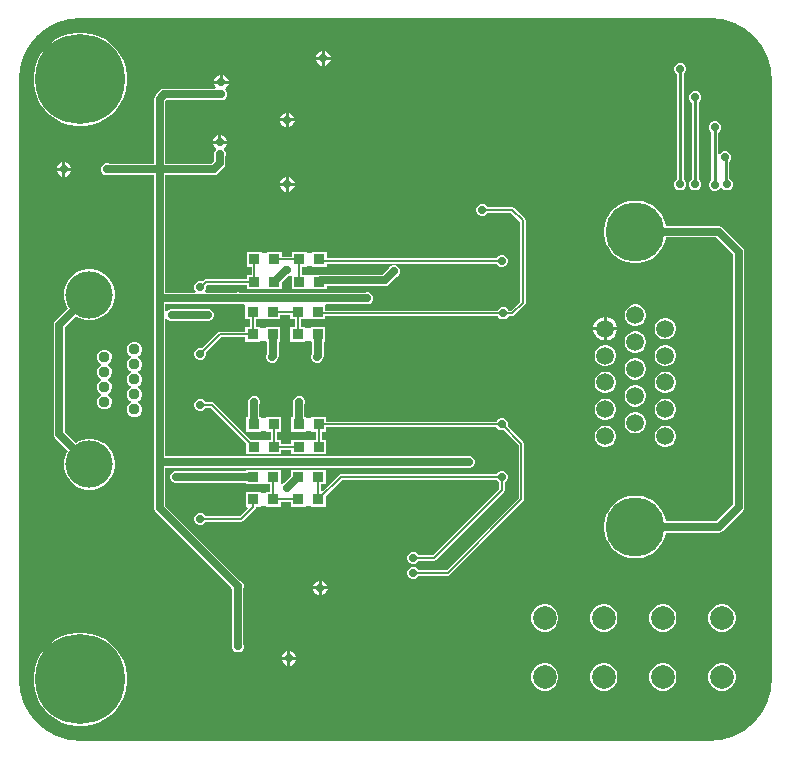
<source format=gbl>
G04*
G04 #@! TF.GenerationSoftware,Altium Limited,Altium Designer,21.2.2 (38)*
G04*
G04 Layer_Physical_Order=2*
G04 Layer_Color=16711680*
%FSLAX25Y25*%
%MOIN*%
G70*
G04*
G04 #@! TF.SameCoordinates,721590ED-CEA7-4866-BC24-90B372C3D9A2*
G04*
G04*
G04 #@! TF.FilePolarity,Positive*
G04*
G01*
G75*
%ADD12C,0.01000*%
%ADD32R,0.03740X0.03740*%
%ADD38C,0.02500*%
%ADD39C,0.00600*%
%ADD41C,0.03740*%
%ADD42C,0.15748*%
%ADD43C,0.19685*%
%ADD44C,0.05906*%
%ADD45C,0.07874*%
%ADD46C,0.30000*%
%ADD47C,0.03000*%
%ADD48C,0.02800*%
G36*
X333910Y239658D02*
X336443Y238979D01*
X338865Y237976D01*
X341135Y236665D01*
X343215Y235069D01*
X345069Y233215D01*
X346665Y231135D01*
X347976Y228865D01*
X348979Y226443D01*
X349658Y223910D01*
X350000Y221311D01*
X350000Y220000D01*
X350000Y220000D01*
X350000Y220000D01*
X350000Y20000D01*
X350000Y18689D01*
X349658Y16090D01*
X348979Y13557D01*
X347976Y11135D01*
X346665Y8865D01*
X345069Y6785D01*
X343215Y4931D01*
X341135Y3335D01*
X338865Y2024D01*
X336442Y1021D01*
X333910Y342D01*
X331311Y0D01*
X118689D01*
X116090Y342D01*
X113557Y1021D01*
X111135Y2024D01*
X108865Y3335D01*
X106785Y4931D01*
X104931Y6785D01*
X103335Y8865D01*
X102024Y11135D01*
X101021Y13557D01*
X100342Y16090D01*
X100000Y18689D01*
Y20000D01*
X100000Y20000D01*
X100000Y220000D01*
X100000Y221311D01*
X100342Y223910D01*
X101021Y226443D01*
X102024Y228865D01*
X103335Y231135D01*
X104931Y233215D01*
X106785Y235069D01*
X108865Y236665D01*
X111135Y237976D01*
X113557Y238979D01*
X116090Y239658D01*
X118689Y240000D01*
X120000Y240000D01*
X120000Y240000D01*
X330000Y240000D01*
X331311Y240000D01*
X333910Y239658D01*
D02*
G37*
%LPC*%
G36*
X201500Y229391D02*
Y227500D01*
X203391D01*
X203035Y228360D01*
X202360Y229035D01*
X201500Y229391D01*
D02*
G37*
G36*
X200500D02*
X199641Y229035D01*
X198965Y228360D01*
X198609Y227500D01*
X200500D01*
Y229391D01*
D02*
G37*
G36*
X203391Y226500D02*
X201500D01*
Y224609D01*
X202360Y224965D01*
X203035Y225641D01*
X203391Y226500D01*
D02*
G37*
G36*
X200500D02*
X198609D01*
X198965Y225641D01*
X199641Y224965D01*
X200500Y224609D01*
Y226500D01*
D02*
G37*
G36*
X167500Y221391D02*
Y219500D01*
X169391D01*
X169035Y220359D01*
X168359Y221035D01*
X167500Y221391D01*
D02*
G37*
G36*
X166500D02*
X165640Y221035D01*
X164965Y220359D01*
X164609Y219500D01*
X166500D01*
Y221391D01*
D02*
G37*
G36*
X169391Y218500D02*
X164609D01*
X164965Y217640D01*
X165220Y217386D01*
X165013Y216886D01*
X147965D01*
X147243Y216743D01*
X146631Y216334D01*
X145166Y214869D01*
X144757Y214257D01*
X144614Y213535D01*
Y191886D01*
X129673D01*
X129398Y192000D01*
X128602D01*
X127867Y191695D01*
X127304Y191133D01*
X127000Y190398D01*
Y189602D01*
X127304Y188867D01*
X127867Y188304D01*
X128602Y188000D01*
X129398D01*
X129673Y188114D01*
X144614D01*
Y147000D01*
Y92500D01*
Y77000D01*
X144757Y76278D01*
X145166Y75666D01*
X170614Y50219D01*
Y31672D01*
X170500Y31398D01*
Y30602D01*
X170805Y29867D01*
X171367Y29305D01*
X172102Y29000D01*
X172898D01*
X173633Y29305D01*
X174196Y29867D01*
X174500Y30602D01*
Y31398D01*
X174386Y31672D01*
Y50327D01*
X174500Y50602D01*
Y51398D01*
X174196Y52133D01*
X173633Y52696D01*
X173358Y52809D01*
X148386Y77781D01*
Y90614D01*
X207328D01*
X207602Y90500D01*
X208398D01*
X208672Y90614D01*
X248828D01*
X249102Y90500D01*
X249898D01*
X250633Y90804D01*
X251196Y91367D01*
X251500Y92102D01*
Y92898D01*
X251196Y93633D01*
X250633Y94195D01*
X249898Y94500D01*
X249102D01*
X248828Y94386D01*
X208672D01*
X208398Y94500D01*
X207602D01*
X207328Y94386D01*
X148386D01*
Y140132D01*
X148500Y140196D01*
X148886Y140285D01*
X149367Y139804D01*
X150102Y139500D01*
X150898D01*
X151172Y139614D01*
X161828D01*
X162102Y139500D01*
X162898D01*
X163633Y139804D01*
X164196Y140367D01*
X164500Y141102D01*
Y141898D01*
X164196Y142633D01*
X163633Y143195D01*
X162898Y143500D01*
X162102D01*
X161828Y143386D01*
X151172D01*
X150898Y143500D01*
X150102D01*
X149367Y143195D01*
X148886Y142715D01*
X148500Y142804D01*
X148386Y142868D01*
Y145114D01*
X171827D01*
X172102Y145000D01*
X172898D01*
X173172Y145114D01*
X174589D01*
X175030Y144970D01*
X175030Y144614D01*
Y140030D01*
X176582D01*
Y137470D01*
X175030D01*
Y135918D01*
X166500D01*
X166149Y135848D01*
X165851Y135649D01*
X160613Y130411D01*
X160398Y130500D01*
X159602D01*
X158867Y130195D01*
X158305Y129633D01*
X158000Y128898D01*
Y128102D01*
X158305Y127367D01*
X158867Y126804D01*
X159602Y126500D01*
X160398D01*
X161133Y126804D01*
X161696Y127367D01*
X162000Y128102D01*
Y128898D01*
X161911Y129113D01*
X166880Y134082D01*
X175030D01*
Y132530D01*
X179970D01*
Y132716D01*
X180059Y132776D01*
X181634D01*
X181723Y132716D01*
Y132530D01*
X182307D01*
Y128635D01*
X182305Y128633D01*
X182000Y127898D01*
Y127102D01*
X182305Y126367D01*
X182867Y125804D01*
X183602Y125500D01*
X184398D01*
X185133Y125804D01*
X185696Y126367D01*
X186000Y127102D01*
Y127376D01*
X186079Y127774D01*
Y132530D01*
X186663D01*
Y137470D01*
X181723D01*
Y137284D01*
X181634Y137224D01*
X180059D01*
X179970Y137284D01*
Y137470D01*
X178418D01*
Y140030D01*
X179970D01*
Y140216D01*
X180059Y140276D01*
X181634D01*
X181723Y140216D01*
Y140030D01*
X186663D01*
Y141582D01*
X190030D01*
Y140030D01*
X191582D01*
Y137470D01*
X190030D01*
Y132530D01*
X194970D01*
Y132716D01*
X195059Y132776D01*
X196634D01*
X196723Y132716D01*
Y132530D01*
X197307D01*
Y128635D01*
X197304Y128633D01*
X197000Y127898D01*
Y127102D01*
X197304Y126367D01*
X197867Y125804D01*
X198602Y125500D01*
X199398D01*
X200133Y125804D01*
X200695Y126367D01*
X201000Y127102D01*
Y127376D01*
X201079Y127774D01*
Y132530D01*
X201663D01*
Y137470D01*
X196723D01*
Y137284D01*
X196634Y137224D01*
X195059D01*
X194970Y137284D01*
Y137470D01*
X193418D01*
Y140030D01*
X194970D01*
Y140216D01*
X195059Y140276D01*
X196634D01*
X196723Y140216D01*
Y140030D01*
X201663D01*
Y141082D01*
X259215D01*
X259304Y140867D01*
X259867Y140305D01*
X260602Y140000D01*
X261398D01*
X262133Y140305D01*
X262696Y140867D01*
X262785Y141082D01*
X264000D01*
X264351Y141152D01*
X264649Y141351D01*
X268149Y144851D01*
X268348Y145149D01*
X268418Y145500D01*
Y173000D01*
X268348Y173351D01*
X268149Y173649D01*
X264649Y177149D01*
X264351Y177348D01*
X264000Y177418D01*
X255785D01*
X255696Y177633D01*
X255133Y178196D01*
X254398Y178500D01*
X253602D01*
X252867Y178196D01*
X252305Y177633D01*
X252000Y176898D01*
Y176102D01*
X252305Y175367D01*
X252867Y174804D01*
X253602Y174500D01*
X254398D01*
X255133Y174804D01*
X255696Y175367D01*
X255785Y175582D01*
X263620D01*
X266582Y172620D01*
Y145880D01*
X263620Y142918D01*
X262785D01*
X262696Y143133D01*
X262133Y143695D01*
X261398Y144000D01*
X260602D01*
X259867Y143695D01*
X259304Y143133D01*
X259215Y142918D01*
X201663D01*
X201663Y144970D01*
X202103Y145114D01*
X214827D01*
X215102Y145000D01*
X215898D01*
X216633Y145305D01*
X217196Y145867D01*
X217500Y146602D01*
Y147398D01*
X217196Y148133D01*
X216633Y148696D01*
X215898Y149000D01*
X215102D01*
X214827Y148886D01*
X173172D01*
X172898Y149000D01*
X172102D01*
X171827Y148886D01*
X161772D01*
X161565Y149386D01*
X161696Y149517D01*
X162000Y150252D01*
Y151048D01*
X161935Y151205D01*
X162245Y151582D01*
X175530D01*
Y150030D01*
X180470D01*
Y150216D01*
X180559Y150276D01*
X182134D01*
X182223Y150216D01*
Y150030D01*
X187163D01*
Y152303D01*
X189360Y154500D01*
X189398D01*
X190030Y154762D01*
X190378Y154613D01*
X190530Y154494D01*
Y150030D01*
X195470D01*
Y150216D01*
X195559Y150276D01*
X197134D01*
X197223Y150216D01*
Y150030D01*
X202163D01*
Y151114D01*
X221500D01*
X222222Y151257D01*
X222834Y151666D01*
X225358Y154191D01*
X225633Y154305D01*
X226196Y154867D01*
X226500Y155602D01*
Y156398D01*
X226196Y157133D01*
X225633Y157695D01*
X224898Y158000D01*
X224102D01*
X223367Y157695D01*
X222804Y157133D01*
X222691Y156858D01*
X220719Y154886D01*
X202163D01*
Y154970D01*
X197223D01*
Y154784D01*
X197134Y154724D01*
X195559D01*
X195470Y154784D01*
Y154970D01*
X193918D01*
Y157530D01*
X195470D01*
Y157716D01*
X195559Y157776D01*
X197134D01*
X197223Y157716D01*
Y157530D01*
X202163D01*
Y158582D01*
X258715D01*
X258804Y158367D01*
X259367Y157805D01*
X260102Y157500D01*
X260898D01*
X261633Y157805D01*
X262195Y158367D01*
X262500Y159102D01*
Y159898D01*
X262195Y160633D01*
X261633Y161196D01*
X260898Y161500D01*
X260102D01*
X259367Y161196D01*
X258804Y160633D01*
X258715Y160418D01*
X202163D01*
Y162470D01*
X197223D01*
Y162284D01*
X197134Y162224D01*
X195559D01*
X195470Y162284D01*
Y162470D01*
X190530D01*
Y160918D01*
X187163D01*
Y162470D01*
X182223D01*
Y162284D01*
X182134Y162224D01*
X180559D01*
X180470Y162284D01*
Y162470D01*
X175530D01*
Y157530D01*
X177082D01*
Y154970D01*
X175530D01*
Y153418D01*
X161850D01*
X161499Y153348D01*
X161201Y153149D01*
X160613Y152561D01*
X160398Y152650D01*
X159602D01*
X158867Y152346D01*
X158305Y151783D01*
X158000Y151048D01*
Y150252D01*
X158305Y149517D01*
X158435Y149386D01*
X158228Y148886D01*
X148386D01*
Y188114D01*
X164500D01*
X165222Y188257D01*
X165834Y188666D01*
X167834Y190666D01*
X168243Y191278D01*
X168386Y192000D01*
Y194327D01*
X168500Y194602D01*
Y195398D01*
X168195Y196133D01*
X167891Y196437D01*
X167860Y196955D01*
X167938Y197044D01*
X168535Y197641D01*
X168891Y198500D01*
X164109D01*
X164465Y197641D01*
X165062Y197044D01*
X165140Y196955D01*
X165109Y196437D01*
X164804Y196133D01*
X164500Y195398D01*
Y194602D01*
X164614Y194327D01*
Y192781D01*
X163719Y191886D01*
X148386D01*
Y212754D01*
X148746Y213114D01*
X166328D01*
X166602Y213000D01*
X167398D01*
X168133Y213304D01*
X168695Y213867D01*
X169000Y214602D01*
Y215398D01*
X168695Y216133D01*
X168391Y216437D01*
X168360Y216955D01*
X168438Y217044D01*
X169035Y217640D01*
X169391Y218500D01*
D02*
G37*
G36*
X189500Y208891D02*
Y207000D01*
X191391D01*
X191035Y207859D01*
X190359Y208535D01*
X189500Y208891D01*
D02*
G37*
G36*
X188500D02*
X187641Y208535D01*
X186965Y207859D01*
X186609Y207000D01*
X188500D01*
Y208891D01*
D02*
G37*
G36*
X121228Y235600D02*
X118772D01*
X116347Y235216D01*
X114012Y234457D01*
X111824Y233342D01*
X109837Y231899D01*
X108101Y230163D01*
X106658Y228176D01*
X105543Y225988D01*
X104784Y223653D01*
X104400Y221228D01*
Y218772D01*
X104784Y216347D01*
X105543Y214012D01*
X106658Y211824D01*
X108101Y209837D01*
X109837Y208101D01*
X111824Y206658D01*
X114012Y205543D01*
X116347Y204784D01*
X118772Y204400D01*
X121228D01*
X123653Y204784D01*
X125988Y205543D01*
X128176Y206658D01*
X130163Y208101D01*
X131899Y209837D01*
X133342Y211824D01*
X134457Y214012D01*
X135216Y216347D01*
X135600Y218772D01*
Y221228D01*
X135216Y223653D01*
X134457Y225988D01*
X133342Y228176D01*
X131899Y230163D01*
X130163Y231899D01*
X128176Y233342D01*
X125988Y234457D01*
X123653Y235216D01*
X121228Y235600D01*
D02*
G37*
G36*
X191391Y206000D02*
X189500D01*
Y204109D01*
X190359Y204465D01*
X191035Y205140D01*
X191391Y206000D01*
D02*
G37*
G36*
X188500D02*
X186609D01*
X186965Y205140D01*
X187641Y204465D01*
X188500Y204109D01*
Y206000D01*
D02*
G37*
G36*
X167000Y201391D02*
Y199500D01*
X168891D01*
X168535Y200360D01*
X167859Y201035D01*
X167000Y201391D01*
D02*
G37*
G36*
X166000D02*
X165140Y201035D01*
X164465Y200360D01*
X164109Y199500D01*
X166000D01*
Y201391D01*
D02*
G37*
G36*
X115000Y192391D02*
Y190500D01*
X116891D01*
X116535Y191359D01*
X115859Y192035D01*
X115000Y192391D01*
D02*
G37*
G36*
X114000D02*
X113140Y192035D01*
X112465Y191359D01*
X112109Y190500D01*
X114000D01*
Y192391D01*
D02*
G37*
G36*
X116891Y189500D02*
X115000D01*
Y187609D01*
X115859Y187965D01*
X116535Y188640D01*
X116891Y189500D01*
D02*
G37*
G36*
X114000D02*
X112109D01*
X112465Y188640D01*
X113140Y187965D01*
X114000Y187609D01*
Y189500D01*
D02*
G37*
G36*
X189500Y187391D02*
Y185500D01*
X191391D01*
X191035Y186360D01*
X190359Y187035D01*
X189500Y187391D01*
D02*
G37*
G36*
X188500D02*
X187641Y187035D01*
X186965Y186360D01*
X186609Y185500D01*
X188500D01*
Y187391D01*
D02*
G37*
G36*
X331898Y206000D02*
X331102D01*
X330367Y205696D01*
X329804Y205133D01*
X329500Y204398D01*
Y203602D01*
X329804Y202867D01*
X330367Y202305D01*
X330379Y202300D01*
Y186482D01*
X330367Y186478D01*
X329804Y185915D01*
X329500Y185180D01*
Y184384D01*
X329804Y183649D01*
X330367Y183087D01*
X331102Y182782D01*
X331898D01*
X332633Y183087D01*
X333195Y183649D01*
X333275Y183840D01*
X333804Y183867D01*
X334367Y183305D01*
X335102Y183000D01*
X335898D01*
X336633Y183305D01*
X337195Y183867D01*
X337500Y184602D01*
Y185398D01*
X337195Y186133D01*
X336633Y186696D01*
X336330Y186821D01*
Y192585D01*
X336612Y192867D01*
X336917Y193602D01*
Y194398D01*
X336612Y195133D01*
X336050Y195695D01*
X335315Y196000D01*
X334519D01*
X333784Y195695D01*
X333221Y195133D01*
X333121Y194892D01*
X332622Y194991D01*
Y202300D01*
X332633Y202305D01*
X333195Y202867D01*
X333500Y203602D01*
Y204398D01*
X333195Y205133D01*
X332633Y205696D01*
X331898Y206000D01*
D02*
G37*
G36*
X325398Y216000D02*
X324602D01*
X323867Y215696D01*
X323305Y215133D01*
X323000Y214398D01*
Y213602D01*
X323305Y212867D01*
X323867Y212304D01*
X323879Y212300D01*
Y186700D01*
X323867Y186696D01*
X323305Y186133D01*
X323000Y185398D01*
Y184602D01*
X323305Y183867D01*
X323867Y183305D01*
X324602Y183000D01*
X325398D01*
X326133Y183305D01*
X326695Y183867D01*
X327000Y184602D01*
Y185398D01*
X326695Y186133D01*
X326133Y186696D01*
X326121Y186700D01*
Y212300D01*
X326133Y212304D01*
X326695Y212867D01*
X327000Y213602D01*
Y214398D01*
X326695Y215133D01*
X326133Y215696D01*
X325398Y216000D01*
D02*
G37*
G36*
X320398Y225500D02*
X319602D01*
X318867Y225196D01*
X318304Y224633D01*
X318000Y223898D01*
Y223102D01*
X318304Y222367D01*
X318867Y221804D01*
X318879Y221800D01*
Y186700D01*
X318867Y186696D01*
X318304Y186133D01*
X318000Y185398D01*
Y184602D01*
X318304Y183867D01*
X318867Y183305D01*
X319602Y183000D01*
X320398D01*
X321133Y183305D01*
X321695Y183867D01*
X322000Y184602D01*
Y185398D01*
X321695Y186133D01*
X321133Y186696D01*
X321122Y186700D01*
Y221800D01*
X321133Y221804D01*
X321695Y222367D01*
X322000Y223102D01*
Y223898D01*
X321695Y224633D01*
X321133Y225196D01*
X320398Y225500D01*
D02*
G37*
G36*
X191391Y184500D02*
X189500D01*
Y182609D01*
X190359Y182965D01*
X191035Y183641D01*
X191391Y184500D01*
D02*
G37*
G36*
X188500D02*
X186609D01*
X186965Y183641D01*
X187641Y182965D01*
X188500Y182609D01*
Y184500D01*
D02*
G37*
G36*
X123835Y156722D02*
X122165D01*
X120528Y156396D01*
X118986Y155758D01*
X117598Y154830D01*
X116418Y153650D01*
X115490Y152262D01*
X114852Y150720D01*
X114526Y149083D01*
Y147413D01*
X114852Y145776D01*
X115490Y144234D01*
X115822Y143738D01*
X111666Y139582D01*
X111257Y138970D01*
X111114Y138248D01*
Y101752D01*
X111257Y101030D01*
X111666Y100418D01*
X115822Y96262D01*
X115490Y95766D01*
X114852Y94224D01*
X114526Y92587D01*
Y90917D01*
X114852Y89280D01*
X115490Y87738D01*
X116418Y86350D01*
X117598Y85170D01*
X118986Y84242D01*
X120528Y83604D01*
X122165Y83278D01*
X123835D01*
X125472Y83604D01*
X127014Y84242D01*
X128402Y85170D01*
X129582Y86350D01*
X130510Y87738D01*
X131148Y89280D01*
X131474Y90917D01*
Y92587D01*
X131148Y94224D01*
X130510Y95766D01*
X129582Y97154D01*
X128402Y98334D01*
X127014Y99261D01*
X125472Y99900D01*
X123835Y100226D01*
X122165D01*
X120528Y99900D01*
X118986Y99261D01*
X118490Y98930D01*
X114886Y102533D01*
Y137467D01*
X118490Y141070D01*
X118986Y140738D01*
X120528Y140100D01*
X122165Y139774D01*
X123835D01*
X125472Y140100D01*
X127014Y140738D01*
X128402Y141666D01*
X129582Y142846D01*
X130510Y144234D01*
X131148Y145776D01*
X131474Y147413D01*
Y149083D01*
X131148Y150720D01*
X130510Y152262D01*
X129582Y153650D01*
X128402Y154830D01*
X127014Y155758D01*
X125472Y156396D01*
X123835Y156722D01*
D02*
G37*
G36*
X305468Y144990D02*
X304532D01*
X303629Y144748D01*
X302819Y144280D01*
X302157Y143619D01*
X301689Y142808D01*
X301447Y141905D01*
Y140969D01*
X301689Y140066D01*
X302157Y139256D01*
X302819Y138594D01*
X303629Y138126D01*
X304532Y137884D01*
X305468D01*
X306371Y138126D01*
X307181Y138594D01*
X307843Y139256D01*
X308311Y140066D01*
X308553Y140969D01*
Y141905D01*
X308311Y142808D01*
X307843Y143619D01*
X307181Y144280D01*
X306371Y144748D01*
X305468Y144990D01*
D02*
G37*
G36*
X295520Y140902D02*
X295500D01*
Y137449D01*
X298953D01*
Y137469D01*
X298683Y138475D01*
X298163Y139376D01*
X297427Y140112D01*
X296526Y140632D01*
X295520Y140902D01*
D02*
G37*
G36*
X294500D02*
X294480D01*
X293474Y140632D01*
X292573Y140112D01*
X291837Y139376D01*
X291317Y138475D01*
X291047Y137469D01*
Y137449D01*
X294500D01*
Y140902D01*
D02*
G37*
G36*
X315468Y140502D02*
X314532D01*
X313629Y140260D01*
X312819Y139792D01*
X312157Y139130D01*
X311689Y138320D01*
X311447Y137417D01*
Y136481D01*
X311689Y135577D01*
X312157Y134767D01*
X312819Y134106D01*
X313629Y133638D01*
X314532Y133396D01*
X315468D01*
X316371Y133638D01*
X317181Y134106D01*
X317843Y134767D01*
X318311Y135577D01*
X318553Y136481D01*
Y137417D01*
X318311Y138320D01*
X317843Y139130D01*
X317181Y139792D01*
X316371Y140260D01*
X315468Y140502D01*
D02*
G37*
G36*
X298953Y136449D02*
X295500D01*
Y132996D01*
X295520D01*
X296526Y133265D01*
X297427Y133786D01*
X298163Y134522D01*
X298683Y135423D01*
X298953Y136428D01*
Y136449D01*
D02*
G37*
G36*
X294500D02*
X291047D01*
Y136428D01*
X291317Y135423D01*
X291837Y134522D01*
X292573Y133786D01*
X293474Y133265D01*
X294480Y132996D01*
X294500D01*
Y136449D01*
D02*
G37*
G36*
X305468Y136013D02*
X304532D01*
X303629Y135771D01*
X302819Y135303D01*
X302157Y134642D01*
X301689Y133832D01*
X301447Y132928D01*
Y131993D01*
X301689Y131089D01*
X302157Y130279D01*
X302819Y129618D01*
X303629Y129150D01*
X304532Y128908D01*
X305468D01*
X306371Y129150D01*
X307181Y129618D01*
X307843Y130279D01*
X308311Y131089D01*
X308553Y131993D01*
Y132928D01*
X308311Y133832D01*
X307843Y134642D01*
X307181Y135303D01*
X306371Y135771D01*
X305468Y136013D01*
D02*
G37*
G36*
X315468Y131525D02*
X314532D01*
X313629Y131283D01*
X312819Y130815D01*
X312157Y130154D01*
X311689Y129344D01*
X311447Y128440D01*
Y127505D01*
X311689Y126601D01*
X312157Y125791D01*
X312819Y125129D01*
X313629Y124662D01*
X314532Y124420D01*
X315468D01*
X316371Y124662D01*
X317181Y125129D01*
X317843Y125791D01*
X318311Y126601D01*
X318553Y127505D01*
Y128440D01*
X318311Y129344D01*
X317843Y130154D01*
X317181Y130815D01*
X316371Y131283D01*
X315468Y131525D01*
D02*
G37*
G36*
X295468D02*
X294532D01*
X293629Y131283D01*
X292819Y130815D01*
X292157Y130154D01*
X291689Y129344D01*
X291447Y128440D01*
Y127505D01*
X291689Y126601D01*
X292157Y125791D01*
X292819Y125129D01*
X293629Y124662D01*
X294532Y124420D01*
X295468D01*
X296371Y124662D01*
X297181Y125129D01*
X297843Y125791D01*
X298311Y126601D01*
X298553Y127505D01*
Y128440D01*
X298311Y129344D01*
X297843Y130154D01*
X297181Y130815D01*
X296371Y131283D01*
X295468Y131525D01*
D02*
G37*
G36*
X305468Y127037D02*
X304532D01*
X303629Y126795D01*
X302819Y126327D01*
X302157Y125666D01*
X301689Y124856D01*
X301447Y123952D01*
Y123017D01*
X301689Y122113D01*
X302157Y121303D01*
X302819Y120641D01*
X303629Y120174D01*
X304532Y119931D01*
X305468D01*
X306371Y120174D01*
X307181Y120641D01*
X307843Y121303D01*
X308311Y122113D01*
X308553Y123017D01*
Y123952D01*
X308311Y124856D01*
X307843Y125666D01*
X307181Y126327D01*
X306371Y126795D01*
X305468Y127037D01*
D02*
G37*
G36*
X315468Y122549D02*
X314532D01*
X313629Y122307D01*
X312819Y121839D01*
X312157Y121177D01*
X311689Y120367D01*
X311447Y119464D01*
Y118528D01*
X311689Y117625D01*
X312157Y116815D01*
X312819Y116153D01*
X313629Y115685D01*
X314532Y115443D01*
X315468D01*
X316371Y115685D01*
X317181Y116153D01*
X317843Y116815D01*
X318311Y117625D01*
X318553Y118528D01*
Y119464D01*
X318311Y120367D01*
X317843Y121177D01*
X317181Y121839D01*
X316371Y122307D01*
X315468Y122549D01*
D02*
G37*
G36*
X295468Y122549D02*
X294532D01*
X293629Y122307D01*
X292819Y121839D01*
X292157Y121177D01*
X291689Y120367D01*
X291447Y119464D01*
Y118528D01*
X291689Y117625D01*
X292157Y116815D01*
X292819Y116153D01*
X293629Y115685D01*
X294532Y115443D01*
X295468D01*
X296371Y115685D01*
X297181Y116153D01*
X297843Y116815D01*
X298311Y117625D01*
X298553Y118528D01*
Y119464D01*
X298311Y120367D01*
X297843Y121177D01*
X297181Y121839D01*
X296371Y122307D01*
X295468Y122549D01*
D02*
G37*
G36*
X305468Y118061D02*
X304532D01*
X303629Y117818D01*
X302819Y117351D01*
X302157Y116689D01*
X301689Y115879D01*
X301447Y114976D01*
Y114040D01*
X301689Y113137D01*
X302157Y112326D01*
X302819Y111665D01*
X303629Y111197D01*
X304532Y110955D01*
X305468D01*
X306371Y111197D01*
X307181Y111665D01*
X307843Y112326D01*
X308311Y113137D01*
X308553Y114040D01*
Y114976D01*
X308311Y115879D01*
X307843Y116689D01*
X307181Y117351D01*
X306371Y117818D01*
X305468Y118061D01*
D02*
G37*
G36*
X128491Y129970D02*
X127509D01*
X126601Y129594D01*
X125906Y128899D01*
X125530Y127991D01*
Y127009D01*
X125906Y126101D01*
X126601Y125406D01*
X126928Y125271D01*
Y124729D01*
X126601Y124594D01*
X125906Y123899D01*
X125530Y122991D01*
Y122009D01*
X125906Y121101D01*
X126601Y120406D01*
X126928Y120271D01*
Y119729D01*
X126601Y119594D01*
X125906Y118899D01*
X125530Y117991D01*
Y117009D01*
X125906Y116101D01*
X126601Y115406D01*
X126928Y115271D01*
Y114729D01*
X126601Y114594D01*
X125906Y113899D01*
X125530Y112991D01*
Y112009D01*
X125906Y111101D01*
X126601Y110406D01*
X127509Y110030D01*
X128491D01*
X129399Y110406D01*
X130094Y111101D01*
X130470Y112009D01*
Y112991D01*
X130094Y113899D01*
X129399Y114594D01*
X129072Y114729D01*
Y115271D01*
X129399Y115406D01*
X130094Y116101D01*
X130470Y117009D01*
Y117991D01*
X130094Y118899D01*
X129399Y119594D01*
X129072Y119729D01*
Y120271D01*
X129399Y120406D01*
X130094Y121101D01*
X130470Y122009D01*
Y122991D01*
X130094Y123899D01*
X129399Y124594D01*
X129072Y124729D01*
Y125271D01*
X129399Y125406D01*
X130094Y126101D01*
X130470Y127009D01*
Y127991D01*
X130094Y128899D01*
X129399Y129594D01*
X128491Y129970D01*
D02*
G37*
G36*
X138491Y132470D02*
X137509D01*
X136601Y132094D01*
X135906Y131399D01*
X135530Y130491D01*
Y129509D01*
X135906Y128601D01*
X136601Y127906D01*
X136928Y127771D01*
Y127229D01*
X136601Y127094D01*
X135906Y126399D01*
X135530Y125491D01*
Y124509D01*
X135906Y123601D01*
X136601Y122906D01*
X136928Y122771D01*
Y122229D01*
X136601Y122094D01*
X135906Y121399D01*
X135530Y120491D01*
Y119509D01*
X135906Y118601D01*
X136601Y117906D01*
X136928Y117771D01*
Y117229D01*
X136601Y117094D01*
X135906Y116399D01*
X135530Y115491D01*
Y114509D01*
X135906Y113601D01*
X136601Y112906D01*
X136928Y112771D01*
Y112229D01*
X136601Y112094D01*
X135906Y111399D01*
X135530Y110491D01*
Y109509D01*
X135906Y108601D01*
X136601Y107906D01*
X137509Y107530D01*
X138491D01*
X139399Y107906D01*
X140094Y108601D01*
X140470Y109509D01*
Y110491D01*
X140094Y111399D01*
X139399Y112094D01*
X139072Y112229D01*
Y112771D01*
X139399Y112906D01*
X140094Y113601D01*
X140470Y114509D01*
Y115491D01*
X140094Y116399D01*
X139399Y117094D01*
X139072Y117229D01*
Y117771D01*
X139399Y117906D01*
X140094Y118601D01*
X140470Y119509D01*
Y120491D01*
X140094Y121399D01*
X139399Y122094D01*
X139072Y122229D01*
Y122771D01*
X139399Y122906D01*
X140094Y123601D01*
X140470Y124509D01*
Y125491D01*
X140094Y126399D01*
X139399Y127094D01*
X139072Y127229D01*
Y127771D01*
X139399Y127906D01*
X140094Y128601D01*
X140470Y129509D01*
Y130491D01*
X140094Y131399D01*
X139399Y132094D01*
X138491Y132470D01*
D02*
G37*
G36*
X315468Y113572D02*
X314532D01*
X313629Y113330D01*
X312819Y112863D01*
X312157Y112201D01*
X311689Y111391D01*
X311447Y110487D01*
Y109552D01*
X311689Y108648D01*
X312157Y107838D01*
X312819Y107177D01*
X313629Y106709D01*
X314532Y106467D01*
X315468D01*
X316371Y106709D01*
X317181Y107177D01*
X317843Y107838D01*
X318311Y108648D01*
X318553Y109552D01*
Y110487D01*
X318311Y111391D01*
X317843Y112201D01*
X317181Y112863D01*
X316371Y113330D01*
X315468Y113572D01*
D02*
G37*
G36*
X295468D02*
X294532D01*
X293629Y113330D01*
X292819Y112863D01*
X292157Y112201D01*
X291689Y111391D01*
X291447Y110487D01*
Y109552D01*
X291689Y108648D01*
X292157Y107838D01*
X292819Y107177D01*
X293629Y106709D01*
X294532Y106467D01*
X295468D01*
X296371Y106709D01*
X297181Y107177D01*
X297843Y107838D01*
X298311Y108648D01*
X298553Y109552D01*
Y110487D01*
X298311Y111391D01*
X297843Y112201D01*
X297181Y112863D01*
X296371Y113330D01*
X295468Y113572D01*
D02*
G37*
G36*
X305468Y109084D02*
X304532D01*
X303629Y108842D01*
X302819Y108374D01*
X302157Y107713D01*
X301689Y106903D01*
X301447Y105999D01*
Y105064D01*
X301689Y104160D01*
X302157Y103350D01*
X302819Y102689D01*
X303629Y102221D01*
X304532Y101979D01*
X305468D01*
X306371Y102221D01*
X307181Y102689D01*
X307843Y103350D01*
X308311Y104160D01*
X308553Y105064D01*
Y105999D01*
X308311Y106903D01*
X307843Y107713D01*
X307181Y108374D01*
X306371Y108842D01*
X305468Y109084D01*
D02*
G37*
G36*
X193398Y114500D02*
X192602D01*
X191867Y114196D01*
X191305Y113633D01*
X191000Y112898D01*
Y112624D01*
X190921Y112226D01*
Y107470D01*
X190337D01*
Y102530D01*
X195277D01*
Y102716D01*
X195366Y102776D01*
X196941D01*
X197030Y102716D01*
Y102530D01*
X198582D01*
Y99970D01*
X197030D01*
Y99784D01*
X196941Y99724D01*
X195366D01*
X195277Y99784D01*
Y99970D01*
X190337D01*
Y98418D01*
X186970D01*
Y99970D01*
X185418D01*
Y102530D01*
X186970D01*
Y107470D01*
X182030D01*
Y107284D01*
X181941Y107224D01*
X180366D01*
X180277Y107284D01*
Y107470D01*
X179693D01*
Y111365D01*
X179695Y111367D01*
X180000Y112102D01*
Y112898D01*
X179695Y113633D01*
X179133Y114196D01*
X178398Y114500D01*
X177602D01*
X176867Y114196D01*
X176304Y113633D01*
X176000Y112898D01*
Y112624D01*
X175921Y112226D01*
Y107470D01*
X175337D01*
Y102530D01*
X180277D01*
Y102716D01*
X180366Y102776D01*
X181941D01*
X182030Y102716D01*
Y102530D01*
X183582D01*
Y99970D01*
X182030D01*
Y99784D01*
X181941Y99724D01*
X180366D01*
X180277Y99784D01*
Y99970D01*
X176635D01*
X164456Y112149D01*
X164158Y112348D01*
X163807Y112418D01*
X161785D01*
X161696Y112633D01*
X161133Y113196D01*
X160398Y113500D01*
X159602D01*
X158867Y113196D01*
X158305Y112633D01*
X158000Y111898D01*
Y111102D01*
X158305Y110367D01*
X158867Y109804D01*
X159602Y109500D01*
X160398D01*
X161133Y109804D01*
X161696Y110367D01*
X161785Y110582D01*
X163427D01*
X175337Y98672D01*
Y95030D01*
X180277D01*
Y95216D01*
X180366Y95276D01*
X181941D01*
X182030Y95216D01*
Y95030D01*
X186970D01*
Y96582D01*
X190337D01*
Y95030D01*
X195277D01*
Y95216D01*
X195366Y95276D01*
X196941D01*
X197030Y95216D01*
Y95030D01*
X201970D01*
Y99970D01*
X200418D01*
Y102530D01*
X201970D01*
Y104082D01*
X258715D01*
X258804Y103867D01*
X259367Y103305D01*
X260102Y103000D01*
X260898D01*
X261113Y103089D01*
X266082Y98120D01*
Y80380D01*
X242120Y56418D01*
X232785D01*
X232696Y56633D01*
X232133Y57196D01*
X231398Y57500D01*
X230602D01*
X229867Y57196D01*
X229305Y56633D01*
X229000Y55898D01*
Y55102D01*
X229305Y54367D01*
X229867Y53804D01*
X230602Y53500D01*
X231398D01*
X232133Y53804D01*
X232696Y54367D01*
X232785Y54582D01*
X242500D01*
X242851Y54652D01*
X243149Y54851D01*
X267649Y79351D01*
X267848Y79649D01*
X267918Y80000D01*
Y98500D01*
X267848Y98851D01*
X267649Y99149D01*
X262411Y104387D01*
X262500Y104602D01*
Y105398D01*
X262195Y106133D01*
X261633Y106695D01*
X260898Y107000D01*
X260102D01*
X259367Y106695D01*
X258804Y106133D01*
X258715Y105918D01*
X201970D01*
Y107470D01*
X197030D01*
Y107284D01*
X196941Y107224D01*
X195366D01*
X195277Y107284D01*
Y107470D01*
X194693D01*
Y111365D01*
X194695Y111367D01*
X195000Y112102D01*
Y112898D01*
X194695Y113633D01*
X194133Y114196D01*
X193398Y114500D01*
D02*
G37*
G36*
X315468Y104596D02*
X314532D01*
X313629Y104354D01*
X312819Y103886D01*
X312157Y103225D01*
X311689Y102415D01*
X311447Y101511D01*
Y100576D01*
X311689Y99672D01*
X312157Y98862D01*
X312819Y98200D01*
X313629Y97733D01*
X314532Y97491D01*
X315468D01*
X316371Y97733D01*
X317181Y98200D01*
X317843Y98862D01*
X318311Y99672D01*
X318553Y100576D01*
Y101511D01*
X318311Y102415D01*
X317843Y103225D01*
X317181Y103886D01*
X316371Y104354D01*
X315468Y104596D01*
D02*
G37*
G36*
X295468D02*
X294532D01*
X293629Y104354D01*
X292819Y103886D01*
X292157Y103225D01*
X291689Y102415D01*
X291447Y101511D01*
Y100576D01*
X291689Y99672D01*
X292157Y98862D01*
X292819Y98200D01*
X293629Y97733D01*
X294532Y97491D01*
X295468D01*
X296371Y97733D01*
X297181Y98200D01*
X297843Y98862D01*
X298311Y99672D01*
X298553Y100576D01*
Y101511D01*
X298311Y102415D01*
X297843Y103225D01*
X297181Y103886D01*
X296371Y104354D01*
X295468Y104596D01*
D02*
G37*
G36*
X201777Y89970D02*
X196837D01*
Y89784D01*
X196748Y89724D01*
X195173D01*
X195084Y89784D01*
Y89970D01*
X190144D01*
Y87697D01*
X188240Y85793D01*
X187842Y85628D01*
X187348Y85135D01*
X187279Y85066D01*
X187279Y85066D01*
X187267Y85063D01*
X186777Y85160D01*
X186777Y85502D01*
X186777Y85502D01*
X186777Y85508D01*
Y89970D01*
X181837D01*
Y89784D01*
X181748Y89724D01*
X180173D01*
X180084Y89784D01*
Y89970D01*
X175144D01*
Y89386D01*
X152673D01*
X152398Y89500D01*
X151602D01*
X150867Y89196D01*
X150304Y88633D01*
X150000Y87898D01*
Y87102D01*
X150304Y86367D01*
X150867Y85804D01*
X151602Y85500D01*
X152398D01*
X152673Y85614D01*
X175144D01*
Y85030D01*
X180084D01*
Y85216D01*
X180173Y85276D01*
X181748D01*
X181837Y85216D01*
Y85030D01*
X183389D01*
Y82470D01*
X181837D01*
Y82284D01*
X181748Y82224D01*
X180173D01*
X180084Y82284D01*
Y82470D01*
X175144D01*
Y77530D01*
X175579D01*
X175770Y77068D01*
X173120Y74418D01*
X161785D01*
X161696Y74633D01*
X161133Y75195D01*
X160398Y75500D01*
X159602D01*
X158867Y75195D01*
X158305Y74633D01*
X158000Y73898D01*
Y73102D01*
X158305Y72367D01*
X158867Y71804D01*
X159602Y71500D01*
X160398D01*
X161133Y71804D01*
X161696Y72367D01*
X161785Y72582D01*
X173500D01*
X173851Y72652D01*
X174149Y72851D01*
X178230Y76933D01*
X178429Y77230D01*
X178489Y77530D01*
X180084D01*
Y77716D01*
X180173Y77776D01*
X181748D01*
X181837Y77716D01*
Y77530D01*
X186777D01*
Y79082D01*
X190144D01*
Y77530D01*
X195084D01*
Y77716D01*
X195173Y77776D01*
X196748D01*
X196837Y77716D01*
Y77530D01*
X201777D01*
Y81172D01*
X207187Y86582D01*
X258715D01*
X258804Y86367D01*
X259367Y85804D01*
X259582Y85715D01*
Y83380D01*
X237620Y61418D01*
X232785D01*
X232696Y61633D01*
X232133Y62195D01*
X231398Y62500D01*
X230602D01*
X229867Y62195D01*
X229305Y61633D01*
X229000Y60898D01*
Y60102D01*
X229305Y59367D01*
X229867Y58805D01*
X230602Y58500D01*
X231398D01*
X232133Y58805D01*
X232696Y59367D01*
X232785Y59582D01*
X238000D01*
X238351Y59652D01*
X238649Y59851D01*
X261149Y82351D01*
X261348Y82649D01*
X261418Y83000D01*
Y85715D01*
X261633Y85804D01*
X262195Y86367D01*
X262500Y87102D01*
Y87898D01*
X262195Y88633D01*
X261633Y89196D01*
X260898Y89500D01*
X260102D01*
X259367Y89196D01*
X258804Y88633D01*
X258715Y88418D01*
X206807D01*
X206456Y88348D01*
X206158Y88149D01*
X200725Y82715D01*
X200225Y82923D01*
Y85030D01*
X201777D01*
Y89970D01*
D02*
G37*
G36*
X305822Y179635D02*
X304178D01*
X302555Y179378D01*
X300992Y178870D01*
X299527Y178124D01*
X298197Y177158D01*
X297035Y175996D01*
X296069Y174666D01*
X295322Y173202D01*
X294815Y171638D01*
X294557Y170015D01*
Y168371D01*
X294815Y166748D01*
X295322Y165184D01*
X296069Y163720D01*
X297035Y162390D01*
X298197Y161228D01*
X299527Y160262D01*
X300992Y159516D01*
X302555Y159008D01*
X304178Y158750D01*
X305822D01*
X307445Y159008D01*
X309009Y159516D01*
X310473Y160262D01*
X311803Y161228D01*
X312965Y162390D01*
X313931Y163720D01*
X314678Y165184D01*
X315185Y166748D01*
X315274Y167307D01*
X332026D01*
X337614Y161719D01*
Y78281D01*
X332026Y72693D01*
X315274D01*
X315185Y73252D01*
X314678Y74816D01*
X313931Y76280D01*
X312965Y77610D01*
X311803Y78772D01*
X310473Y79738D01*
X309009Y80485D01*
X307445Y80993D01*
X305822Y81250D01*
X304178D01*
X302555Y80993D01*
X300992Y80485D01*
X299527Y79738D01*
X298197Y78772D01*
X297035Y77610D01*
X296069Y76280D01*
X295322Y74816D01*
X294815Y73252D01*
X294557Y71629D01*
Y69985D01*
X294815Y68362D01*
X295322Y66799D01*
X296069Y65334D01*
X297035Y64004D01*
X298197Y62842D01*
X299527Y61876D01*
X300992Y61130D01*
X302555Y60622D01*
X304178Y60365D01*
X305822D01*
X307445Y60622D01*
X309009Y61130D01*
X310473Y61876D01*
X311803Y62842D01*
X312965Y64004D01*
X313931Y65334D01*
X314678Y66799D01*
X315185Y68362D01*
X315274Y68921D01*
X332807D01*
X333529Y69064D01*
X334141Y69473D01*
X340834Y76166D01*
X341243Y76778D01*
X341386Y77500D01*
Y162500D01*
X341243Y163222D01*
X340834Y163834D01*
X334141Y170527D01*
X333529Y170936D01*
X332807Y171079D01*
X315274D01*
X315185Y171638D01*
X314678Y173202D01*
X313931Y174666D01*
X312965Y175996D01*
X311803Y177158D01*
X310473Y178124D01*
X309009Y178870D01*
X307445Y179378D01*
X305822Y179635D01*
D02*
G37*
G36*
X200500Y52891D02*
Y51000D01*
X202391D01*
X202035Y51859D01*
X201360Y52535D01*
X200500Y52891D01*
D02*
G37*
G36*
X199500D02*
X198641Y52535D01*
X197965Y51859D01*
X197609Y51000D01*
X199500D01*
Y52891D01*
D02*
G37*
G36*
X202391Y50000D02*
X200500D01*
Y48109D01*
X201360Y48465D01*
X202035Y49141D01*
X202391Y50000D01*
D02*
G37*
G36*
X199500D02*
X197609D01*
X197965Y49141D01*
X198641Y48465D01*
X199500Y48109D01*
Y50000D01*
D02*
G37*
G36*
X334467Y45037D02*
X333273D01*
X332119Y44728D01*
X331084Y44131D01*
X330240Y43286D01*
X329642Y42251D01*
X329333Y41097D01*
Y39903D01*
X329642Y38749D01*
X330240Y37714D01*
X331084Y36869D01*
X332119Y36272D01*
X333273Y35963D01*
X334467D01*
X335621Y36272D01*
X336656Y36869D01*
X337501Y37714D01*
X338098Y38749D01*
X338407Y39903D01*
Y41097D01*
X338098Y42251D01*
X337501Y43286D01*
X336656Y44131D01*
X335621Y44728D01*
X334467Y45037D01*
D02*
G37*
G36*
X314782D02*
X313588D01*
X312434Y44728D01*
X311399Y44131D01*
X310555Y43286D01*
X309957Y42251D01*
X309648Y41097D01*
Y39903D01*
X309957Y38749D01*
X310555Y37714D01*
X311399Y36869D01*
X312434Y36272D01*
X313588Y35963D01*
X314782D01*
X315936Y36272D01*
X316971Y36869D01*
X317815Y37714D01*
X318413Y38749D01*
X318722Y39903D01*
Y41097D01*
X318413Y42251D01*
X317815Y43286D01*
X316971Y44131D01*
X315936Y44728D01*
X314782Y45037D01*
D02*
G37*
G36*
X295097D02*
X293903D01*
X292749Y44728D01*
X291714Y44131D01*
X290869Y43286D01*
X290272Y42251D01*
X289963Y41097D01*
Y39903D01*
X290272Y38749D01*
X290869Y37714D01*
X291714Y36869D01*
X292749Y36272D01*
X293903Y35963D01*
X295097D01*
X296251Y36272D01*
X297286Y36869D01*
X298130Y37714D01*
X298728Y38749D01*
X299037Y39903D01*
Y41097D01*
X298728Y42251D01*
X298130Y43286D01*
X297286Y44131D01*
X296251Y44728D01*
X295097Y45037D01*
D02*
G37*
G36*
X275412D02*
X274218D01*
X273064Y44728D01*
X272029Y44131D01*
X271184Y43286D01*
X270587Y42251D01*
X270278Y41097D01*
Y39903D01*
X270587Y38749D01*
X271184Y37714D01*
X272029Y36869D01*
X273064Y36272D01*
X274218Y35963D01*
X275412D01*
X276566Y36272D01*
X277601Y36869D01*
X278446Y37714D01*
X279043Y38749D01*
X279352Y39903D01*
Y41097D01*
X279043Y42251D01*
X278446Y43286D01*
X277601Y44131D01*
X276566Y44728D01*
X275412Y45037D01*
D02*
G37*
G36*
X190000Y29391D02*
Y27500D01*
X191891D01*
X191535Y28359D01*
X190859Y29035D01*
X190000Y29391D01*
D02*
G37*
G36*
X189000D02*
X188140Y29035D01*
X187465Y28359D01*
X187109Y27500D01*
X189000D01*
Y29391D01*
D02*
G37*
G36*
X191891Y26500D02*
X190000D01*
Y24609D01*
X190859Y24965D01*
X191535Y25640D01*
X191891Y26500D01*
D02*
G37*
G36*
X189000D02*
X187109D01*
X187465Y25640D01*
X188140Y24965D01*
X189000Y24609D01*
Y26500D01*
D02*
G37*
G36*
X334467Y25352D02*
X333273D01*
X332119Y25043D01*
X331084Y24445D01*
X330240Y23601D01*
X329642Y22566D01*
X329333Y21412D01*
Y20218D01*
X329642Y19064D01*
X330240Y18029D01*
X331084Y17185D01*
X332119Y16587D01*
X333273Y16278D01*
X334467D01*
X335621Y16587D01*
X336656Y17185D01*
X337501Y18029D01*
X338098Y19064D01*
X338407Y20218D01*
Y21412D01*
X338098Y22566D01*
X337501Y23601D01*
X336656Y24445D01*
X335621Y25043D01*
X334467Y25352D01*
D02*
G37*
G36*
X314782D02*
X313588D01*
X312434Y25043D01*
X311399Y24445D01*
X310555Y23601D01*
X309957Y22566D01*
X309648Y21412D01*
Y20218D01*
X309957Y19064D01*
X310555Y18029D01*
X311399Y17185D01*
X312434Y16587D01*
X313588Y16278D01*
X314782D01*
X315936Y16587D01*
X316971Y17185D01*
X317815Y18029D01*
X318413Y19064D01*
X318722Y20218D01*
Y21412D01*
X318413Y22566D01*
X317815Y23601D01*
X316971Y24445D01*
X315936Y25043D01*
X314782Y25352D01*
D02*
G37*
G36*
X295097D02*
X293903D01*
X292749Y25043D01*
X291714Y24445D01*
X290869Y23601D01*
X290272Y22566D01*
X289963Y21412D01*
Y20218D01*
X290272Y19064D01*
X290869Y18029D01*
X291714Y17185D01*
X292749Y16587D01*
X293903Y16278D01*
X295097D01*
X296251Y16587D01*
X297286Y17185D01*
X298130Y18029D01*
X298728Y19064D01*
X299037Y20218D01*
Y21412D01*
X298728Y22566D01*
X298130Y23601D01*
X297286Y24445D01*
X296251Y25043D01*
X295097Y25352D01*
D02*
G37*
G36*
X275412D02*
X274218D01*
X273064Y25043D01*
X272029Y24445D01*
X271184Y23601D01*
X270587Y22566D01*
X270278Y21412D01*
Y20218D01*
X270587Y19064D01*
X271184Y18029D01*
X272029Y17185D01*
X273064Y16587D01*
X274218Y16278D01*
X275412D01*
X276566Y16587D01*
X277601Y17185D01*
X278446Y18029D01*
X279043Y19064D01*
X279352Y20218D01*
Y21412D01*
X279043Y22566D01*
X278446Y23601D01*
X277601Y24445D01*
X276566Y25043D01*
X275412Y25352D01*
D02*
G37*
G36*
X121228Y35600D02*
X118772D01*
X116347Y35216D01*
X114012Y34457D01*
X111824Y33342D01*
X109837Y31899D01*
X108101Y30163D01*
X106658Y28176D01*
X105543Y25988D01*
X104784Y23653D01*
X104400Y21228D01*
Y18772D01*
X104784Y16347D01*
X105543Y14012D01*
X106658Y11824D01*
X108101Y9837D01*
X109837Y8101D01*
X111824Y6658D01*
X114012Y5543D01*
X116347Y4784D01*
X118772Y4400D01*
X121228D01*
X123653Y4784D01*
X125988Y5543D01*
X128176Y6658D01*
X130163Y8101D01*
X131899Y9837D01*
X133342Y11824D01*
X134457Y14012D01*
X135216Y16347D01*
X135600Y18772D01*
Y21228D01*
X135216Y23653D01*
X134457Y25988D01*
X133342Y28176D01*
X131899Y30163D01*
X130163Y31899D01*
X128176Y33342D01*
X125988Y34457D01*
X123653Y35216D01*
X121228Y35600D01*
D02*
G37*
%LPD*%
D12*
X331500Y184782D02*
Y204000D01*
X320000Y185000D02*
Y223500D01*
X325000Y185000D02*
Y214000D01*
X334917Y194000D02*
X335208Y193708D01*
Y185292D02*
Y193708D01*
Y185292D02*
X335500Y185000D01*
X120000Y240000D02*
G03*
X100000Y220000I0J-20000D01*
G01*
X350000D02*
G03*
X330000Y240000I-20000J0D01*
G01*
Y0D02*
G03*
X350000Y20000I0J20000D01*
G01*
X100000D02*
G03*
X120000Y0I20000J0D01*
G01*
Y240000D02*
X330000D01*
X350000Y20000D02*
Y220000D01*
X120000Y0D02*
X330000D01*
X100000Y20000D02*
Y220000D01*
D32*
X199307Y87500D02*
D03*
X192614D02*
D03*
X184307D02*
D03*
X177614D02*
D03*
X184500Y105000D02*
D03*
X177807D02*
D03*
Y97500D02*
D03*
X184500D02*
D03*
X177614Y80000D02*
D03*
X184307D02*
D03*
X192614D02*
D03*
X199307D02*
D03*
X192807Y97500D02*
D03*
X199500D02*
D03*
Y105000D02*
D03*
X192807D02*
D03*
X178000Y152500D02*
D03*
X184693D02*
D03*
X199693Y160000D02*
D03*
X193000D02*
D03*
Y152500D02*
D03*
X199693D02*
D03*
X184693Y160000D02*
D03*
X178000D02*
D03*
X199193Y142500D02*
D03*
X192500D02*
D03*
X177500Y135000D02*
D03*
X184193D02*
D03*
Y142500D02*
D03*
X177500D02*
D03*
X192500Y135000D02*
D03*
X199193D02*
D03*
D38*
X146500Y77000D02*
Y92500D01*
Y77000D02*
X172500Y51000D01*
Y31000D02*
Y51000D01*
X150500Y141500D02*
X162500D01*
X146500Y92500D02*
Y147000D01*
X152000Y87500D02*
X177614D01*
X146500Y92500D02*
X208000D01*
X249500D01*
X188975Y83933D02*
X189047D01*
X192614Y87500D01*
X192807Y112226D02*
X193000Y112419D01*
X192807Y105000D02*
Y112226D01*
X193000Y112419D02*
Y112500D01*
X178000Y112419D02*
Y112500D01*
X177807Y105000D02*
Y112226D01*
X178000Y112419D01*
X184193Y127774D02*
Y135000D01*
X184000Y127581D02*
X184193Y127774D01*
X184000Y127500D02*
Y127581D01*
X199193Y127774D02*
Y135000D01*
X199000Y127581D02*
X199193Y127774D01*
X199000Y127500D02*
Y127581D01*
X200193Y153000D02*
X221500D01*
X199693Y152500D02*
X200193Y153000D01*
X221500D02*
X224500Y156000D01*
X188636Y156443D02*
X188943D01*
X184693Y152500D02*
X188636Y156443D01*
X188943D02*
X189000Y156500D01*
X172500Y147000D02*
X215500D01*
X113000Y138248D02*
X123000Y148248D01*
X113000Y101752D02*
Y138248D01*
Y101752D02*
X123000Y91752D01*
X146500Y147000D02*
Y190000D01*
Y147000D02*
X172500D01*
X164500Y190000D02*
X166500Y192000D01*
X146500Y190000D02*
X164500D01*
X166500Y192000D02*
Y195000D01*
X146500Y190000D02*
Y213535D01*
X147965Y215000D01*
X167000D01*
X146500Y190000D02*
X146500Y190000D01*
X129000D02*
X146500D01*
X146500Y190000D01*
X339500Y77500D02*
Y162500D01*
X332807Y70807D02*
X339500Y77500D01*
X305000Y70807D02*
X332807D01*
X305000Y169193D02*
X332807D01*
X339500Y162500D01*
D39*
X177581Y79967D02*
X177614Y80000D01*
X177581Y77581D02*
Y79967D01*
X173500Y73500D02*
X177581Y77581D01*
X160000Y73500D02*
X173500D01*
X184307Y80000D02*
X192614D01*
X200193Y159500D02*
X260500D01*
X199693Y160000D02*
X200193Y159500D01*
X160000Y150650D02*
X161850Y152500D01*
X178000D01*
X264000Y176500D02*
X267500Y173000D01*
X254000Y176500D02*
X264000D01*
X261000Y142000D02*
X264000D01*
X199693D02*
X261000D01*
X264000D02*
X267500Y145500D01*
Y173000D01*
X231000Y60500D02*
X238000D01*
X260500Y83000D01*
X231000Y55500D02*
X242500D01*
X206807Y87500D02*
X260500D01*
X199307Y80000D02*
X206807Y87500D01*
X267000Y80000D02*
Y98500D01*
X260500Y105000D02*
X267000Y98500D01*
X242500Y55500D02*
X267000Y80000D01*
X260500Y83000D02*
Y87500D01*
X199500Y105000D02*
X260500D01*
X160000Y111500D02*
X163807D01*
X184307Y80000D02*
Y87500D01*
X199307Y80000D02*
Y87500D01*
X199500Y97500D02*
Y105000D01*
X184500Y97500D02*
X192807D01*
X184500D02*
Y105000D01*
X163807Y111500D02*
X177807Y97500D01*
X184193Y142500D02*
X192500D01*
Y135000D02*
Y142500D01*
X160000Y128500D02*
X166500Y135000D01*
X177500D01*
X199193Y142500D02*
X199693Y142000D01*
X193000Y152500D02*
Y160000D01*
X184693D02*
X193000D01*
X177500Y135000D02*
Y142500D01*
X178000Y152500D02*
Y160000D01*
D41*
X138000Y120000D02*
D03*
Y125000D02*
D03*
Y130000D02*
D03*
Y115000D02*
D03*
Y110000D02*
D03*
X128000Y122500D02*
D03*
Y127500D02*
D03*
Y112500D02*
D03*
Y117500D02*
D03*
D42*
X123000Y148248D02*
D03*
Y91752D02*
D03*
D43*
X305000Y70807D02*
D03*
Y169193D02*
D03*
D44*
X295000Y136949D02*
D03*
X305000Y141437D02*
D03*
Y105532D02*
D03*
X295000Y127972D02*
D03*
X305000Y132461D02*
D03*
X295000Y118996D02*
D03*
X305000Y123484D02*
D03*
X295000Y110020D02*
D03*
X305000Y114508D02*
D03*
X295000Y101043D02*
D03*
X315000D02*
D03*
Y110020D02*
D03*
Y118996D02*
D03*
Y127972D02*
D03*
Y136949D02*
D03*
D45*
X274815Y40500D02*
D03*
X294500D02*
D03*
X314185D02*
D03*
X333870D02*
D03*
X274815Y20815D02*
D03*
X294500D02*
D03*
X314185D02*
D03*
X333870D02*
D03*
D46*
X120000Y20000D02*
D03*
Y220000D02*
D03*
D47*
X129842Y25905D02*
D03*
X125906Y10158D02*
D03*
X110158Y14095D02*
D03*
X125906Y29842D02*
D03*
X129842Y14095D02*
D03*
X114094Y10158D02*
D03*
Y29842D02*
D03*
X108750Y20000D02*
D03*
X120000Y8750D02*
D03*
X131250Y20000D02*
D03*
X120000Y31250D02*
D03*
X110158Y25905D02*
D03*
X129842Y225905D02*
D03*
X125906Y210157D02*
D03*
X110158Y214094D02*
D03*
X125906Y229842D02*
D03*
X129842Y214094D02*
D03*
X114094Y210157D02*
D03*
Y229842D02*
D03*
X108750Y220000D02*
D03*
X120000Y208750D02*
D03*
X131250Y220000D02*
D03*
X120000Y231250D02*
D03*
X110158Y225905D02*
D03*
D48*
X172500Y51000D02*
D03*
X150500Y141500D02*
D03*
X162500D02*
D03*
X160000Y73500D02*
D03*
X152000Y87500D02*
D03*
X188975Y83933D02*
D03*
X193000Y112500D02*
D03*
X178000D02*
D03*
X184000Y127500D02*
D03*
X199000D02*
D03*
X224500Y156000D02*
D03*
X189000Y156500D02*
D03*
X249500Y92500D02*
D03*
X215500Y147000D02*
D03*
X160000Y150650D02*
D03*
X172500Y147000D02*
D03*
X208000Y92500D02*
D03*
X172500Y31000D02*
D03*
X254000Y176500D02*
D03*
X260500Y159500D02*
D03*
X189000Y185000D02*
D03*
X166500Y199000D02*
D03*
Y195000D02*
D03*
X231000Y60500D02*
D03*
Y55500D02*
D03*
X260500Y87500D02*
D03*
Y105000D02*
D03*
X189500Y27000D02*
D03*
X200000Y50500D02*
D03*
X160000Y111500D02*
D03*
Y128500D02*
D03*
X261000Y142000D02*
D03*
X201000Y227000D02*
D03*
X189000Y206500D02*
D03*
X167000Y219000D02*
D03*
Y215000D02*
D03*
X129000Y190000D02*
D03*
X114500D02*
D03*
X331500Y204000D02*
D03*
X320000Y185000D02*
D03*
X325000D02*
D03*
X334917Y194000D02*
D03*
X335500Y185000D02*
D03*
X331500Y184782D02*
D03*
X325000Y214000D02*
D03*
X320000Y223500D02*
D03*
M02*

</source>
